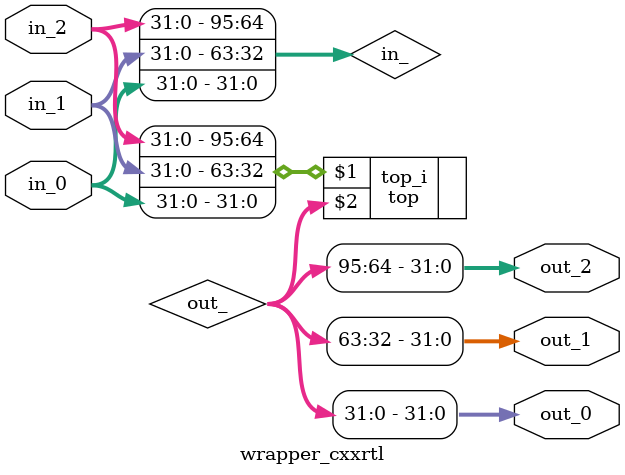
<source format=sv>
module wrapper_cxxrtl(input logic [31:0] in_0,input logic [31:0] in_1,input logic [31:0] in_2,output logic [31:0] out_0,output logic [31:0] out_1,output logic [31:0] out_2);

    logic [95:0] in_;
    logic [95:0] out_;
    assign in_[31:0] = in_0;    // 0x00020000
    assign in_[63:32] = in_1;   // 0x00000000
    assign in_[95:64] = in_2;   // 0x00000000
    assign out_0 = out_[31:0];
    assign out_1 = out_[63:32];
    assign out_2 = out_[95:64];
    top top_i(in_, out_);
endmodule

</source>
